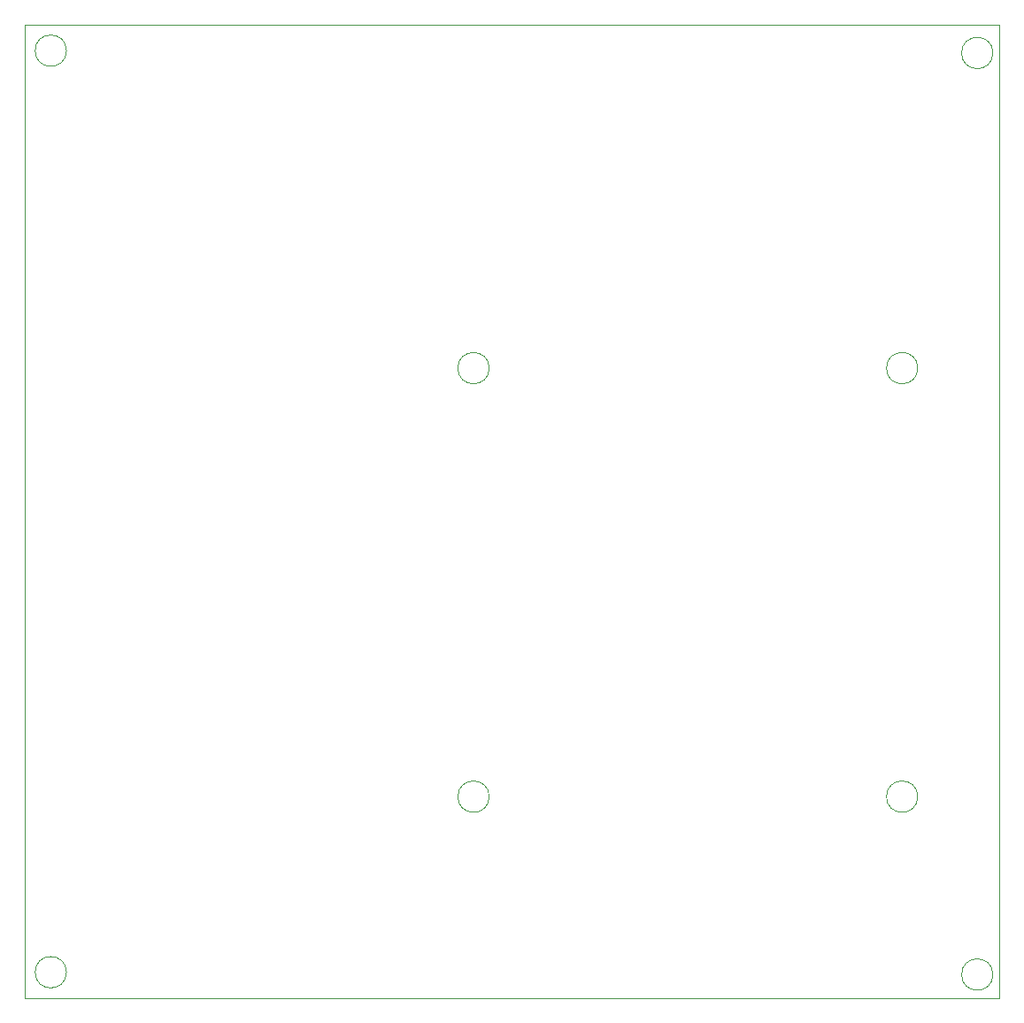
<source format=gm1>
%TF.GenerationSoftware,KiCad,Pcbnew,8.0.1*%
%TF.CreationDate,2024-05-05T15:48:18-04:00*%
%TF.ProjectId,science-board,73636965-6e63-4652-9d62-6f6172642e6b,rev?*%
%TF.SameCoordinates,Original*%
%TF.FileFunction,Profile,NP*%
%FSLAX46Y46*%
G04 Gerber Fmt 4.6, Leading zero omitted, Abs format (unit mm)*
G04 Created by KiCad (PCBNEW 8.0.1) date 2024-05-05 15:48:18*
%MOMM*%
%LPD*%
G01*
G04 APERTURE LIST*
%TA.AperFunction,Profile*%
%ADD10C,0.050000*%
%TD*%
G04 APERTURE END LIST*
D10*
X108560000Y-111110000D02*
G75*
G02*
X105560000Y-111110000I-1500000J0D01*
G01*
X105560000Y-111110000D02*
G75*
G02*
X108560000Y-111110000I1500000J0D01*
G01*
X19930000Y-110890000D02*
G75*
G02*
X16930000Y-110890000I-1500000J0D01*
G01*
X16930000Y-110890000D02*
G75*
G02*
X19930000Y-110890000I1500000J0D01*
G01*
X101370000Y-94090000D02*
G75*
G02*
X98370000Y-94090000I-1500000J0D01*
G01*
X98370000Y-94090000D02*
G75*
G02*
X101370000Y-94090000I1500000J0D01*
G01*
X60370000Y-53090000D02*
G75*
G02*
X57370000Y-53090000I-1500000J0D01*
G01*
X57370000Y-53090000D02*
G75*
G02*
X60370000Y-53090000I1500000J0D01*
G01*
X15930000Y-20220000D02*
X109180000Y-20220000D01*
X109180000Y-113390000D01*
X15930000Y-113390000D01*
X15930000Y-20220000D01*
X108560000Y-22940000D02*
G75*
G02*
X105560000Y-22940000I-1500000J0D01*
G01*
X105560000Y-22940000D02*
G75*
G02*
X108560000Y-22940000I1500000J0D01*
G01*
X19930000Y-22720000D02*
G75*
G02*
X16930000Y-22720000I-1500000J0D01*
G01*
X16930000Y-22720000D02*
G75*
G02*
X19930000Y-22720000I1500000J0D01*
G01*
X60370000Y-94090000D02*
G75*
G02*
X57370000Y-94090000I-1500000J0D01*
G01*
X57370000Y-94090000D02*
G75*
G02*
X60370000Y-94090000I1500000J0D01*
G01*
X101370000Y-53090000D02*
G75*
G02*
X98370000Y-53090000I-1500000J0D01*
G01*
X98370000Y-53090000D02*
G75*
G02*
X101370000Y-53090000I1500000J0D01*
G01*
M02*

</source>
